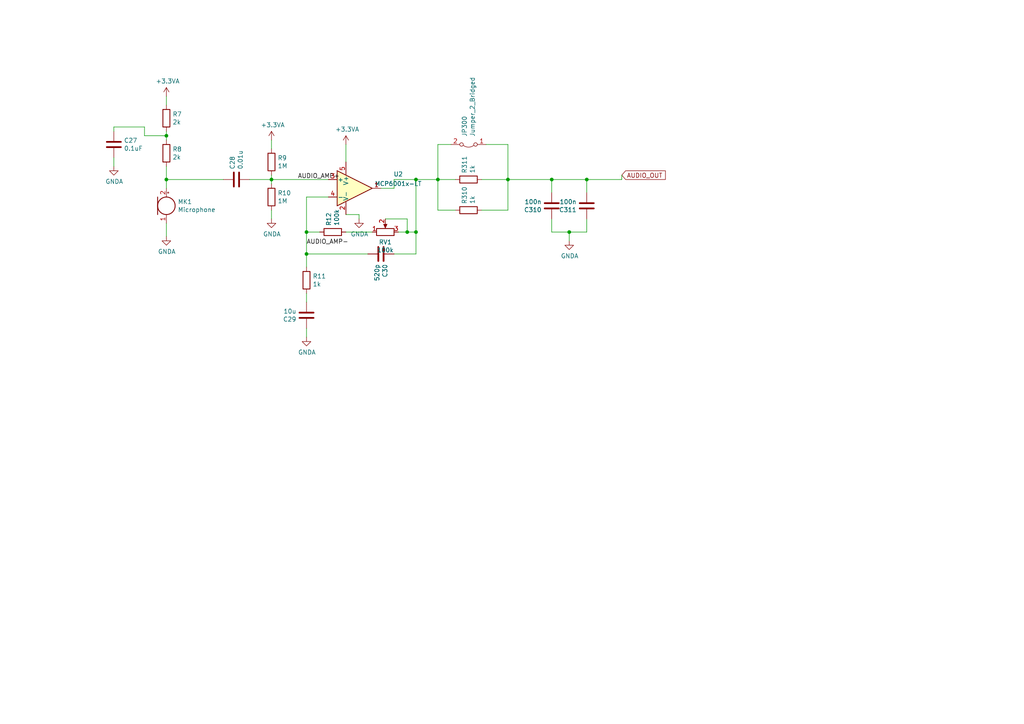
<source format=kicad_sch>
(kicad_sch (version 20211123) (generator eeschema)
  (paper "A4")
  (lib_symbols
    (symbol "Amplifier_Operational:MCP6001x-LT" (pin_names (offset 0.127))
      (property "Reference" "U" (at -1.27 6.35 0))
      (property "Value" "MCP6001x-LT" (at -1.27 3.81 0))
      (symbol "MCP6001x-LT_0_1"
        (polyline (pts (xy -5.08 5.08) (xy 5.08 0) (xy -5.08 -5.08) (xy -5.08 5.08)) (stroke (width 0.254)) (fill (type background)))
        (pin power_in line (at -2.54 -7.62 90) (length 3.81) (name "V-") (number "2"))
        (pin power_in line (at -2.54 7.62 270) (length 3.81) (name "V+") (number "5"))
      )
      (symbol "MCP6001x-LT_1_1"
        (pin output line (at 7.62 0 180) (length 2.54) (name "~") (number "1"))
        (pin input line (at -7.62 2.54 0) (length 2.54) (name "+") (number "3"))
        (pin input line (at -7.62 -2.54 0) (length 2.54) (name "-") (number "4"))
      )
    )
    (symbol "Device:C" (pin_numbers hide) (pin_names (offset 0.254))
      (property "Reference" "C" (at 0.635 2.54 0))
      (property "Value" "C" (at 0.635 -2.54 0))
      (symbol "C_0_1"
        (polyline (pts (xy -2.032 -0.762) (xy 2.032 -0.762)) (stroke (width 0.508)))
        (polyline (pts (xy -2.032 0.762) (xy 2.032 0.762)) (stroke (width 0.508)))
      )
      (symbol "C_1_1"
        (pin passive line (at 0 3.81 270) (length 2.794) (name "~") (number "1"))
        (pin passive line (at 0 -3.81 90) (length 2.794) (name "~") (number "2"))
      )
    )
    (symbol "Device:Microphone" (pin_names (offset 0.0254) hide)
      (property "Reference" "MK" (at -3.81 1.27 0))
      (property "Value" "Microphone" (at -3.81 -0.635 0))
      (symbol "Microphone_0_1"
        (polyline (pts (xy -2.54 2.54) (xy -2.54 -2.54)) (stroke (width 0.254)))
        (polyline (pts (xy 0.254 3.81) (xy 0.762 3.81)))
        (polyline (pts (xy 0.508 4.064) (xy 0.508 3.556)))
        (circle (center 0 0) (radius 2.54) (stroke (width 0.254)))
      )
      (symbol "Microphone_1_1"
        (pin passive line (at 0 -5.08 90) (length 2.54) (name "-") (number "1"))
        (pin passive line (at 0 5.08 270) (length 2.54) (name "+") (number "2"))
      )
    )
    (symbol "Device:R" (pin_numbers hide) (pin_names (offset 0))
      (property "Reference" "R" (at 2.032 0 90))
      (property "Value" "R" (at 0 0 90))
      (symbol "R_0_1"
        (rectangle (start -1.016 -2.54) (end 1.016 2.54) (stroke (width 0.254)))
      )
      (symbol "R_1_1"
        (pin passive line (at 0 3.81 270) (length 1.27) (name "~") (number "1"))
        (pin passive line (at 0 -3.81 90) (length 1.27) (name "~") (number "2"))
      )
    )
    (symbol "Device:R_POT" (pin_names (offset 1.016) hide)
      (property "Reference" "RV" (at -4.445 0 90))
      (property "Value" "Device_R_POT" (at -2.54 0 90))
      (symbol "R_POT_0_1"
        (polyline (pts (xy 2.54 0) (xy 1.524 0)))
        (polyline (pts (xy 1.143 0) (xy 2.286 0.508) (xy 2.286 -0.508) (xy 1.143 0)) (fill (type outline)))
        (rectangle (start 1.016 2.54) (end -1.016 -2.54) (stroke (width 0.254)))
      )
      (symbol "R_POT_1_1"
        (pin passive line (at 0 3.81 270) (length 1.27) (name "1") (number "1"))
        (pin passive line (at 3.81 0 180) (length 1.27) (name "2") (number "2"))
        (pin passive line (at 0 -3.81 90) (length 1.27) (name "3") (number "3"))
      )
    )
    (symbol "Jumper:Jumper_2_Bridged" (pin_names (offset 0) hide)
      (property "Reference" "JP" (at 0 1.905 0))
      (property "Value" "Jumper_2_Bridged" (at 0 -2.54 0))
      (symbol "Jumper_2_Bridged_0_0"
        (circle (center -2.032 0) (radius 0.508))
        (circle (center 2.032 0) (radius 0.508))
      )
      (symbol "Jumper_2_Bridged_0_1"
        (arc (start 1.524 0.254) (mid 0 0.762) (end -1.524 0.254))
      )
      (symbol "Jumper_2_Bridged_1_1"
        (pin passive line (at -5.08 0 0) (length 2.54) (name "A") (number "1"))
        (pin passive line (at 5.08 0 180) (length 2.54) (name "B") (number "2"))
      )
    )
    (symbol "power:+3.3VA" (power) (pin_names (offset 0))
      (property "Value" "+3.3VA" (at 0 3.556 0))
      (symbol "+3.3VA_0_1"
        (polyline (pts (xy -0.762 1.27) (xy 0 2.54)))
        (polyline (pts (xy 0 0) (xy 0 2.54)))
        (polyline (pts (xy 0 2.54) (xy 0.762 1.27)))
      )
      (symbol "+3.3VA_1_1"
        (pin power_in line (at 0 0 90) (length 0) hide (name "+3.3VA") (number "1"))
      )
    )
    (symbol "power:GNDA" (power) (pin_names (offset 0))
      (property "Value" "GNDA" (at 0 -3.81 0))
      (symbol "GNDA_0_1"
        (polyline (pts (xy 0 0) (xy 0 -1.27) (xy 1.27 -1.27) (xy 0 -2.54) (xy -1.27 -1.27) (xy 0 -1.27)))
      )
      (symbol "GNDA_1_1"
        (pin power_in line (at 0 0 270) (length 0) hide (name "GNDA") (number "1"))
      )
    )
  )
  (junction (at 118.11 67.31))
  (junction (at 88.9 67.31))
  (junction (at 165.1 67.31))
  (junction (at 170.18 52.07))
  (junction (at 48.26 52.07))
  (junction (at 127 52.07))
  (junction (at 120.65 67.31))
  (junction (at 48.26 39.37))
  (junction (at 160.02 52.07))
  (junction (at 88.9 73.66))
  (junction (at 147.32 52.07))
  (junction (at 120.65 52.07))
  (junction (at 78.74 52.07))
  (wire (pts (xy 111.76 63.5) (xy 118.11 63.5)))
  (wire (pts (xy 114.3 52.07) (xy 114.3 54.61)))
  (wire (pts (xy 180.34 52.07) (xy 180.34 50.8)))
  (wire (pts (xy 78.74 52.07) (xy 95.25 52.07)))
  (wire (pts (xy 88.9 57.15) (xy 88.9 67.31)))
  (wire (pts (xy 48.26 40.64) (xy 48.26 39.37)))
  (wire (pts (xy 41.91 36.83) (xy 41.91 39.37)))
  (wire (pts (xy 114.3 52.07) (xy 120.65 52.07)))
  (wire (pts (xy 88.9 85.09) (xy 88.9 87.63)))
  (wire (pts (xy 48.26 39.37) (xy 48.26 38.1)))
  (wire (pts (xy 127 41.91) (xy 127 52.07)))
  (wire (pts (xy 147.32 52.07) (xy 160.02 52.07)))
  (wire (pts (xy 140.97 41.91) (xy 147.32 41.91)))
  (wire (pts (xy 48.26 64.77) (xy 48.26 68.58)))
  (wire (pts (xy 88.9 67.31) (xy 92.71 67.31)))
  (wire (pts (xy 88.9 67.31) (xy 88.9 73.66)))
  (wire (pts (xy 160.02 63.5) (xy 160.02 67.31)))
  (wire (pts (xy 147.32 60.96) (xy 147.32 52.07)))
  (wire (pts (xy 120.65 52.07) (xy 120.65 67.31)))
  (wire (pts (xy 78.74 50.8) (xy 78.74 52.07)))
  (wire (pts (xy 48.26 52.07) (xy 64.77 52.07)))
  (wire (pts (xy 147.32 52.07) (xy 139.7 52.07)))
  (wire (pts (xy 33.02 36.83) (xy 41.91 36.83)))
  (wire (pts (xy 127 52.07) (xy 132.08 52.07)))
  (wire (pts (xy 88.9 73.66) (xy 88.9 77.47)))
  (wire (pts (xy 48.26 54.61) (xy 48.26 52.07)))
  (wire (pts (xy 118.11 67.31) (xy 120.65 67.31)))
  (wire (pts (xy 33.02 38.1) (xy 33.02 36.83)))
  (wire (pts (xy 104.14 62.23) (xy 100.33 62.23)))
  (wire (pts (xy 160.02 67.31) (xy 165.1 67.31)))
  (wire (pts (xy 118.11 67.31) (xy 115.57 67.31)))
  (wire (pts (xy 114.3 54.61) (xy 110.49 54.61)))
  (wire (pts (xy 120.65 52.07) (xy 127 52.07)))
  (wire (pts (xy 139.7 60.96) (xy 147.32 60.96)))
  (wire (pts (xy 48.26 48.26) (xy 48.26 52.07)))
  (wire (pts (xy 147.32 41.91) (xy 147.32 52.07)))
  (wire (pts (xy 118.11 63.5) (xy 118.11 67.31)))
  (wire (pts (xy 160.02 52.07) (xy 170.18 52.07)))
  (wire (pts (xy 100.33 41.91) (xy 100.33 46.99)))
  (wire (pts (xy 170.18 55.88) (xy 170.18 52.07)))
  (wire (pts (xy 132.08 60.96) (xy 127 60.96)))
  (wire (pts (xy 114.3 73.66) (xy 120.65 73.66)))
  (wire (pts (xy 78.74 53.34) (xy 78.74 52.07)))
  (wire (pts (xy 78.74 43.18) (xy 78.74 40.64)))
  (wire (pts (xy 88.9 57.15) (xy 95.25 57.15)))
  (wire (pts (xy 165.1 69.85) (xy 165.1 67.31)))
  (wire (pts (xy 127 60.96) (xy 127 52.07)))
  (wire (pts (xy 88.9 73.66) (xy 106.68 73.66)))
  (wire (pts (xy 130.81 41.91) (xy 127 41.91)))
  (wire (pts (xy 48.26 30.48) (xy 48.26 27.94)))
  (wire (pts (xy 78.74 63.5) (xy 78.74 60.96)))
  (wire (pts (xy 33.02 48.26) (xy 33.02 45.72)))
  (wire (pts (xy 72.39 52.07) (xy 78.74 52.07)))
  (wire (pts (xy 170.18 52.07) (xy 180.34 52.07)))
  (wire (pts (xy 165.1 67.31) (xy 170.18 67.31)))
  (wire (pts (xy 160.02 55.88) (xy 160.02 52.07)))
  (wire (pts (xy 88.9 97.79) (xy 88.9 95.25)))
  (wire (pts (xy 41.91 39.37) (xy 48.26 39.37)))
  (wire (pts (xy 104.14 62.23) (xy 104.14 63.5)))
  (wire (pts (xy 170.18 67.31) (xy 170.18 63.5)))
  (wire (pts (xy 100.33 67.31) (xy 107.95 67.31)))
  (wire (pts (xy 120.65 67.31) (xy 120.65 73.66)))
  (label "AUDIO_AMP+" (at 86.36 52.07 0))
  (label "AUDIO_AMP-" (at 88.9 71.12 0))
  (global_label "AUDIO_OUT" (shape input) (at 180.34 50.8 0) (property "Intersheet References" "${INTERSHEET_REFS}" (effects hide)))
  (symbol (lib_id "power:GNDA") (at 104.14 63.5 0) (unit 1)
    (property "Reference" "#PWR0106" (effects hide))
    (property "Value" "GNDA" (at 104.267 67.8942 0))
  )
  (symbol (lib_id "power:+3.3VA") (at 100.33 41.91 0) (unit 1)
    (property "Reference" "#PWR0107" (effects hide))
    (property "Value" "+3.3VA" (at 100.711 37.5158 0))
  )
  (symbol (lib_id "Device:R") (at 48.26 34.29 0) (unit 1)
    (property "Reference" "R7" (at 50.038 33.1216 0) (effects (justify left)))
    (property "Value" "2k" (at 50.038 35.433 0) (effects (justify left)))
    (property "Footprint" "Resistor_SMD:R_0603_1608Metric_Pad0.98x0.95mm_HandSolder" (effects hide))
  )
  (symbol (lib_id "Device:R") (at 48.26 44.45 0) (unit 1)
    (property "Reference" "R8" (at 50.038 43.2816 0) (effects (justify left)))
    (property "Value" "2k" (at 50.038 45.593 0) (effects (justify left)))
    (property "Footprint" "Resistor_SMD:R_0603_1608Metric_Pad0.98x0.95mm_HandSolder" (effects hide))
  )
  (symbol (lib_id "Device:C") (at 33.02 41.91 0) (unit 1)
    (property "Reference" "C27" (at 35.941 40.7416 0) (effects (justify left)))
    (property "Value" "0.1uF" (at 35.941 43.053 0) (effects (justify left)))
    (property "Footprint" "Capacitor_SMD:C_0603_1608Metric_Pad1.08x0.95mm_HandSolder" (effects hide))
  )
  (symbol (lib_id "power:+3.3VA") (at 48.26 27.94 0) (unit 1)
    (property "Reference" "#PWR0108" (effects hide))
    (property "Value" "+3.3VA" (at 48.641 23.5458 0))
  )
  (symbol (lib_id "Device:C") (at 68.58 52.07 90) (unit 1)
    (property "Reference" "C28" (at 67.4116 49.149 0) (effects (justify left)))
    (property "Value" "0.01u" (at 69.723 49.149 0) (effects (justify left)))
    (property "Footprint" "Capacitor_SMD:C_0603_1608Metric_Pad1.08x0.95mm_HandSolder" (effects hide))
  )
  (symbol (lib_id "power:GNDA") (at 33.02 48.26 0) (unit 1)
    (property "Reference" "#PWR0109" (effects hide))
    (property "Value" "GNDA" (at 33.147 52.6542 0))
  )
  (symbol (lib_id "power:GNDA") (at 48.26 68.58 0) (unit 1)
    (property "Reference" "#PWR0110" (effects hide))
    (property "Value" "GNDA" (at 48.387 72.9742 0))
  )
  (symbol (lib_id "Device:R") (at 88.9 81.28 0) (unit 1)
    (property "Reference" "R11" (at 90.678 80.1116 0) (effects (justify left)))
    (property "Value" "1k" (at 90.678 82.423 0) (effects (justify left)))
    (property "Footprint" "Resistor_SMD:R_0603_1608Metric_Pad0.98x0.95mm_HandSolder" (effects hide))
  )
  (symbol (lib_id "Device:C") (at 88.9 91.44 180) (unit 1)
    (property "Reference" "C29" (at 85.979 92.6084 0) (effects (justify left)))
    (property "Value" "10u" (at 85.979 90.297 0) (effects (justify left)))
    (property "Footprint" "Capacitor_SMD:C_0603_1608Metric_Pad1.08x0.95mm_HandSolder" (effects hide))
  )
  (symbol (lib_id "Device:R") (at 78.74 46.99 0) (unit 1)
    (property "Reference" "R9" (at 80.518 45.8216 0) (effects (justify left)))
    (property "Value" "1M" (at 80.518 48.133 0) (effects (justify left)))
    (property "Footprint" "Resistor_SMD:R_0603_1608Metric_Pad0.98x0.95mm_HandSolder" (effects hide))
  )
  (symbol (lib_id "Device:R") (at 78.74 57.15 0) (unit 1)
    (property "Reference" "R10" (at 80.518 55.9816 0) (effects (justify left)))
    (property "Value" "1M" (at 80.518 58.293 0) (effects (justify left)))
    (property "Footprint" "Resistor_SMD:R_0603_1608Metric_Pad0.98x0.95mm_HandSolder" (effects hide))
  )
  (symbol (lib_id "power:+3.3VA") (at 78.74 40.64 0) (unit 1)
    (property "Reference" "#PWR0111" (effects hide))
    (property "Value" "+3.3VA" (at 79.121 36.2458 0))
  )
  (symbol (lib_id "power:GNDA") (at 78.74 63.5 0) (unit 1)
    (property "Reference" "#PWR0112" (effects hide))
    (property "Value" "GNDA" (at 78.867 67.8942 0))
  )
  (symbol (lib_id "power:GNDA") (at 88.9 97.79 0) (unit 1)
    (property "Reference" "#PWR0113" (effects hide))
    (property "Value" "GNDA" (at 89.027 102.1842 0))
  )
  (symbol (lib_id "Device:C") (at 110.49 73.66 270) (unit 1)
    (property "Reference" "C30" (at 111.6584 76.581 0) (effects (justify left)))
    (property "Value" "520p" (at 109.347 76.581 0) (effects (justify left)))
    (property "Footprint" "Capacitor_SMD:C_0603_1608Metric_Pad1.08x0.95mm_HandSolder" (effects hide))
  )
  (symbol (lib_id "Device:Microphone") (at 48.26 59.69 0) (unit 1)
    (property "Reference" "MK1" (at 51.562 58.5216 0) (effects (justify left)))
    (property "Value" "Microphone" (at 51.562 60.833 0) (effects (justify left)))
    (property "Footprint" "Special_Parts:CMEJ062742P" (effects hide))
  )
  (symbol (lib_id "Device:R") (at 96.52 67.31 90) (unit 1)
    (property "Reference" "R12" (at 95.3516 65.532 0) (effects (justify left)))
    (property "Value" "100k" (at 97.663 65.532 0) (effects (justify left)))
    (property "Footprint" "Resistor_SMD:R_0603_1608Metric_Pad0.98x0.95mm_HandSolder" (effects hide))
  )
  (symbol (lib_id "Device:R_POT") (at 111.76 67.31 90) (unit 1)
    (property "Reference" "RV1" (at 111.76 70.231 90))
    (property "Value" "100k" (at 111.76 72.5424 90))
    (property "Footprint" "Potentiometer_SMD:Potentiometer_Bourns_3314S_Horizontal" (effects hide))
  )
  (symbol (lib_id "Device:C") (at 160.02 59.69 180) (unit 1)
    (property "Reference" "C310" (at 157.099 60.8584 0) (effects (justify left)))
    (property "Value" "100n" (at 157.099 58.547 0) (effects (justify left)))
    (property "Footprint" "Capacitor_SMD:C_0603_1608Metric_Pad1.08x0.95mm_HandSolder" (effects hide))
  )
  (symbol (lib_id "Device:C") (at 170.18 59.69 180) (unit 1)
    (property "Reference" "C311" (at 167.259 60.8584 0) (effects (justify left)))
    (property "Value" "100n" (at 167.259 58.547 0) (effects (justify left)))
    (property "Footprint" "Capacitor_SMD:C_0603_1608Metric_Pad1.08x0.95mm_HandSolder" (effects hide))
  )
  (symbol (lib_id "Device:R") (at 135.89 52.07 90) (unit 1)
    (property "Reference" "R311" (at 134.7216 50.292 0) (effects (justify left)))
    (property "Value" "1k" (at 137.033 50.292 0) (effects (justify left)))
    (property "Footprint" "Resistor_SMD:R_0603_1608Metric_Pad0.98x0.95mm_HandSolder" (effects hide))
  )
  (symbol (lib_id "Device:R") (at 135.89 60.96 90) (unit 1)
    (property "Reference" "R310" (at 134.7216 59.182 0) (effects (justify left)))
    (property "Value" "1k" (at 137.033 59.182 0) (effects (justify left)))
    (property "Footprint" "Resistor_SMD:R_0603_1608Metric_Pad0.98x0.95mm_HandSolder" (effects hide))
  )
  (symbol (lib_id "Jumper:Jumper_2_Bridged") (at 135.89 41.91 180) (unit 1)
    (property "Reference" "JP300" (at 134.7216 39.6748 90) (effects (justify right)))
    (property "Value" "Jumper_2_Bridged" (at 137.033 39.6748 90) (effects (justify right)))
    (property "Footprint" "Jumper:SolderJumper-2_P1.3mm_Open_TrianglePad1.0x1.5mm" (effects hide))
  )
  (symbol (lib_id "power:GNDA") (at 165.1 69.85 0) (unit 1)
    (property "Reference" "#PWR0123" (effects hide))
    (property "Value" "GNDA" (at 165.227 74.2442 0))
  )
  (symbol (lib_id "Amplifier_Operational:MCP6001x-LT") (at 102.87 54.61 0) (unit 1)
    (property "Reference" "U2" (at 115.5042 50.5165 0))
    (property "Value" "MCP6001x-LT" (at 115.5042 53.2916 0))
    (property "Footprint" "Package_TO_SOT_SMD:SOT-23-5" (effects hide))
    (property "Datasheet" "http://ww1.microchip.com/downloads/en/DeviceDoc/21733j.pdf" (effects hide))
  )
)
</source>
